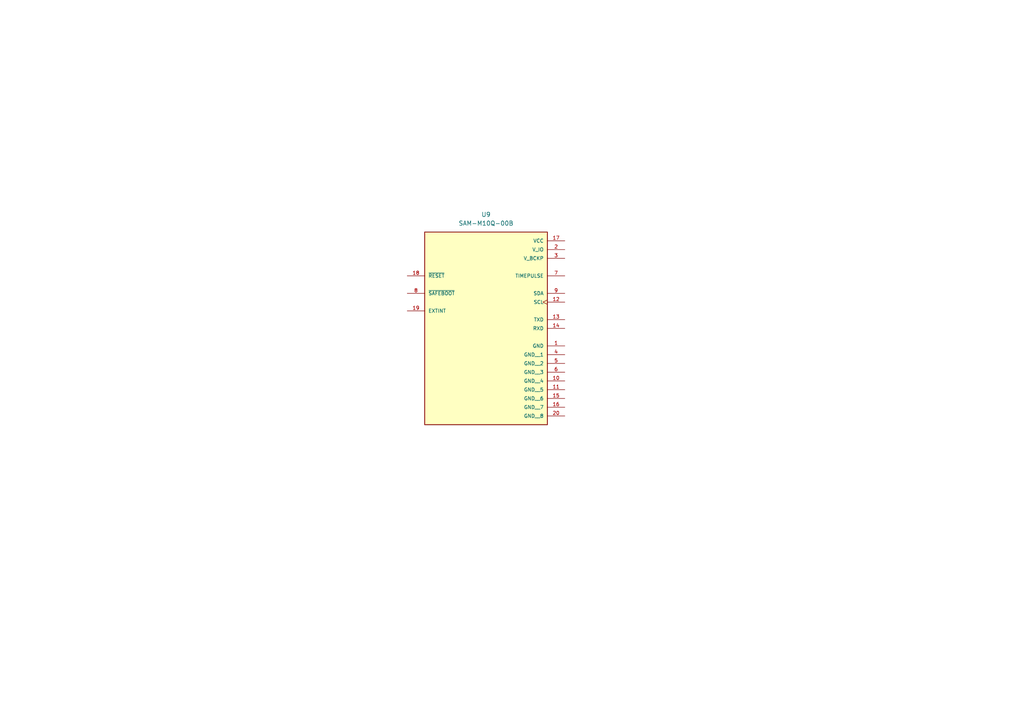
<source format=kicad_sch>
(kicad_sch (version 20250114) (generator "eeschema") (generator_version "9.0")
  (paper "A4")
  (lib_symbols
    (symbol "SAM-M10Q-00B:SAM-M10Q-00B" (pin_names (offset 1.016))
      (property "Reference" "U" (at -17.78 18.542 0))
      (property "Value" "SAM-M10Q-00B" (at -17.78 -40.64 0))
      (symbol "SAM-M10Q-00B_0_0"
        (rectangle (start -17.78 -38.1) (end 17.78 17.78) (stroke (width 0.254)) (fill (type background)))
        (pin input line (at -22.86 5.08 0) (length 5.08) (name "~{RESET}") (number "18"))
        (pin input line (at -22.86 0 0) (length 5.08) (name "~{SAFEBOOT}") (number "8"))
        (pin input line (at -22.86 -5.08 0) (length 5.08) (name "EXTINT") (number "19"))
        (pin power_in line (at 22.86 15.24 180) (length 5.08) (name "VCC") (number "17"))
        (pin power_in line (at 22.86 12.7 180) (length 5.08) (name "V_IO") (number "2"))
        (pin power_in line (at 22.86 10.16 180) (length 5.08) (name "V_BCKP") (number "3"))
        (pin output line (at 22.86 5.08 180) (length 5.08) (name "TIMEPULSE") (number "7"))
        (pin bidirectional line (at 22.86 0 180) (length 5.08) (name "SDA") (number "9"))
        (pin input clock (at 22.86 -2.54 180) (length 5.08) (name "SCL") (number "12"))
        (pin output line (at 22.86 -7.62 180) (length 5.08) (name "TXD") (number "13"))
        (pin input line (at 22.86 -10.16 180) (length 5.08) (name "RXD") (number "14"))
        (pin power_in line (at 22.86 -15.24 180) (length 5.08) (name "GND") (number "1"))
        (pin power_in line (at 22.86 -17.78 180) (length 5.08) (name "GND__1") (number "4"))
        (pin power_in line (at 22.86 -20.32 180) (length 5.08) (name "GND__2") (number "5"))
        (pin power_in line (at 22.86 -22.86 180) (length 5.08) (name "GND__3") (number "6"))
        (pin power_in line (at 22.86 -25.4 180) (length 5.08) (name "GND__4") (number "10"))
        (pin power_in line (at 22.86 -27.94 180) (length 5.08) (name "GND__5") (number "11"))
        (pin power_in line (at 22.86 -30.48 180) (length 5.08) (name "GND__6") (number "15"))
        (pin power_in line (at 22.86 -33.02 180) (length 5.08) (name "GND__7") (number "16"))
        (pin power_in line (at 22.86 -35.56 180) (length 5.08) (name "GND__8") (number "20"))
      )
    )
  )
  (symbol (lib_id "SAM-M10Q-00B:SAM-M10Q-00B") (at 140.97 85.09 0) (unit 1)
    (property "Reference" "U9" (at 140.97 62.23 0))
    (property "Value" "SAM-M10Q-00B" (at 140.97 64.77 0))
    (property "Footprint" "SAM-M10Q-00B:XCVR_SAM-M10Q-00B" (effects (hide yes)))
    (property "PARTREV" "R03" (effects (hide yes)))
    (property "MANUFACTURER" "u-blox" (effects (hide yes)))
    (property "STANDARD" "Manufacturer Recommendations" (effects (hide yes)))
    (property "MAXIMUM_PACKAGE_HEIGHT" "6.8mm" (effects (hide yes)))
    (property "SNAPEDA_PN" "SAM-M10Q-00B" (effects (hide yes)))
  )
)
</source>
